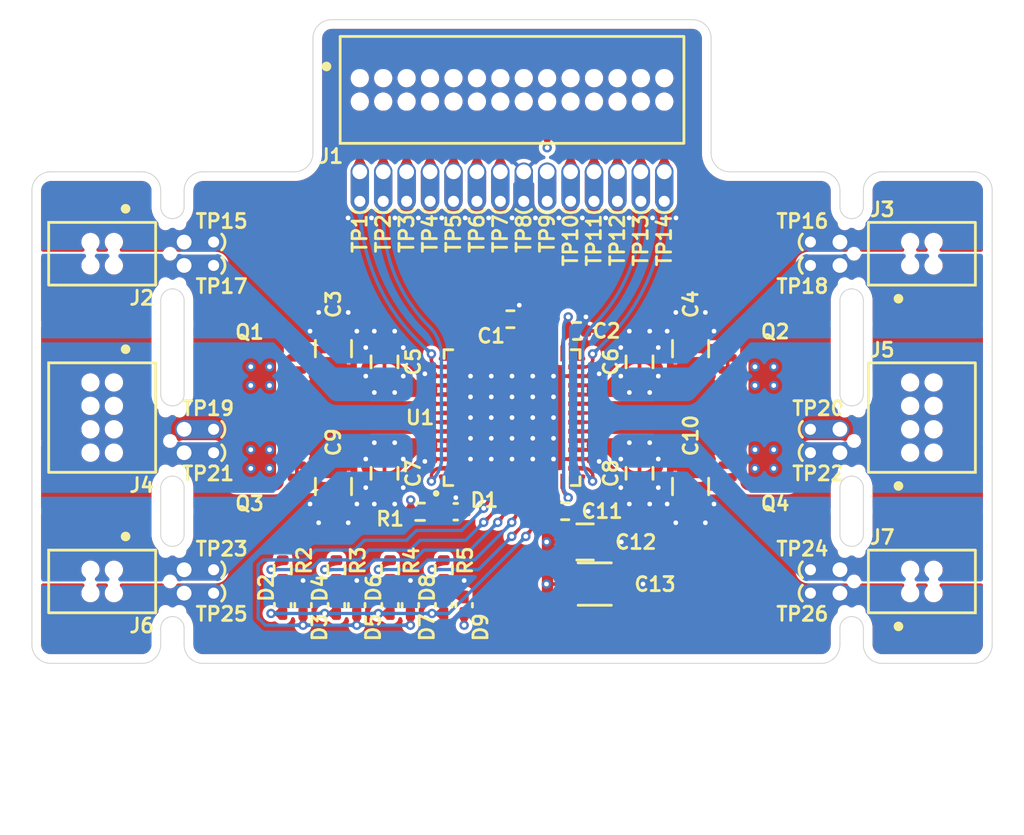
<source format=kicad_pcb>
(kicad_pcb (version 20240108) (generator "pcbnew") (generator_version "8.0")
  (layers (0 "F.Cu" signal) (1 "In1.Cu" power) (2 "In2.Cu" power) (31 "B.Cu" signal) (34 "B.Paste" user) (35 "F.Paste" user) (36 "B.SilkS" user "B.Silkscreen") (37 "F.SilkS" user "F.Silkscreen") (38 "B.Mask" user) (39 "F.Mask" user) (44 "Edge.Cuts" user))
  (net 0 "")
  (net 1 "GNDA")
  (net 2 "/VDD4")
  (net 3 "/VDD3")
  (net 4 "/VDD2")
  (net 5 "/VDD1")
  (net 6 "/CHANNEL_4")
  (net 7 "/CHANNEL_3")
  (net 8 "/CHANNEL_2")
  (net 9 "/CHANNEL_1")
  (net 10 "/VDD_24V_MAX14906")
  (net 11 "/3V3")
  (net 12 "Net-(U1-V5)")
  (net 13 "/SLED")
  (net 14 "/FLED")
  (net 15 "Net-(Q4-G)")
  (net 16 "Net-(Q1-G)")
  (net 17 "Net-(Q2-G)")
  (net 18 "Net-(Q3-G)")
  (net 19 "/L1")
  (net 20 "/L2")
  (net 21 "/L3")
  (net 22 "/L4")
  (net 23 "/SDO")
  (net 24 "/CLK")
  (net 25 "/~{CS}")
  (net 26 "/SDI")
  (net 27 "/SYNCH")
  (net 28 "/~{FAULT}")
  (net 29 "/EN")
  (net 30 "/~{READY}")
  (net 31 "/D4")
  (net 32 "/D3")
  (net 34 "/D2")
  (net 35 "/D1")
  (net 36 "Net-(D1-Pad2)")
  (net 37 "Net-(D2-Pad2)")
  (net 38 "Net-(D6-Pad2)")
  (net 39 "Net-(D4-Pad2)")
  (net 40 "Net-(U1-~{VDDOK})")
  (net 41 "Net-(D8-Pad2)")
  (footprint "test_point_footprints:TestPoint_THTPad_Castelated" (layer "F.Cu") (at 138.43 90.0938 -90)
    (property "Reference" "TP10")
    (property "Value" "TestPoint" (hide yes))
  )
  (footprint "test_point_footprints:TestPoint_THTPad_Castelated" (layer "F.Cu") (at 127 90.0938 -90)
    (property "Reference" "TP1")
    (property "Value" "TestPoint" (hide yes))
  )
  (footprint "test_point_footprints:TestPoint_THTPad_Castelated" (layer "F.Cu") (at 117.475 95.1738)
    (property "Reference" "TP17")
    (property "Value" "TestPoint" (hide yes))
  )
  (footprint "test_point_footprints:TestPoint_THTPad_Castelated" (layer "F.Cu") (at 153.034999 105.3338 180)
    (property "Reference" "TP22")
    (property "Value" "TestPoint" (hide yes))
  )
  (footprint "test_point_footprints:TestPoint_THTPad_Castelated" (layer "F.Cu") (at 153.035 112.9538 180)
    (property "Reference" "TP26")
    (property "Value" "TestPoint" (hide yes))
  )
  (footprint "mouse_bite_footprints:mouse-bite-midle-50mil-200mil" (layer "F.Cu") (at 116.84 112.3188 90)
    (property "Reference" "REF**" (hide yes))
    (property "Value" "mouse-bite-midle-50mil-200mil" (hide yes))
  )
  (footprint "connector_footprints:CLP-104-02-G-D-BE" (layer "F.Cu") (at 113.03 103.4288 -90)
    (property "Reference" "J4")
    (property "Value" "CLP-104-02-G-D-BE")
  )
  (footprint "test_point_footprints:TestPoint_THTPad_Castelated" (layer "F.Cu") (at 117.475 111.6838)
    (property "Reference" "TP23")
    (property "Value" "TestPoint" (hide yes))
  )
  (footprint "test_point_footprints:TestPoint_THTPad_Castelated" (layer "F.Cu") (at 133.350758 90.0938 -90)
    (property "Reference" "TP6")
    (property "Value" "TestPoint" (hide yes))
  )
  (footprint "diode_footprints:LED_RED_0402_1005Metric" (layer "F.Cu") (at 132.65583 113.607 90)
    (property "Reference" "D9")
    (property "Value" "APHHS1005LSECK/J3-PF")
  )
  (footprint "resistor_footprints:R_0402_1005Metric" (layer "F.Cu") (at 130.27105 108.536902)
    (property "Reference" "R1")
    (property "Value" "24.9k")
  )
  (footprint "diode_footprints:LED_GREEN_0402_1005Metric" (layer "F.Cu") (at 125.73153 113.607 90)
    (property "Reference" "D4")
    (property "Value" "APHHS1005CGCK")
  )
  (footprint "test_point_footprints:TestPoint_THTPad_Castelated" (layer "F.Cu") (at 117.475 112.9538)
    (property "Reference" "TP25")
    (property "Value" "TestPoint" (hide yes))
  )
  (footprint "test_point_footprints:TestPoint_THTPad_Castelated" (layer "F.Cu") (at 117.475 93.9038)
    (property "Reference" "TP15")
    (property "Value" "TestPoint" (hide yes))
  )
  (footprint "analog_devices_footprints:21-0144H_T4877-6" (layer "F.Cu") (at 135.253769 103.428801 90)
    (property "Reference" "U1")
    (property "Value" "MAX14906ATM+")
  )
  (footprint "test_point_footprints:TestPoint_THTPad_Castelated" (layer "F.Cu") (at 135.89 90.0938 -90)
    (property "Reference" "TP8")
    (property "Value" "TestPoint" (hide yes))
  )
  (footprint "diode_footprints:LED_RED_0402_1005Metric" (layer "F.Cu") (at 126.83389 113.607 90)
    (property "Reference" "D5")
    (property "Value" "APHHS1005LSECK/J3-PF")
  )
  (footprint "mouse_bite_footprints:mouse-bite-midle-50mil-200mil" (layer "F.Cu") (at 153.67 104.6988 -90)
    (property "Reference" "REF**" (hide yes))
    (property "Value" "mouse-bite-midle-50mil-200mil" (hide yes))
  )
  (footprint "test_point_footprints:TestPoint_THTPad_Castelated" (layer "F.Cu") (at 142.238771 90.0938 -90)
    (property "Reference" "TP13")
    (property "Value" "TestPoint" (hide yes))
  )
  (footprint "diode_footprints:LED_GREEN_0402_1005Metric" (layer "F.Cu") (at 128.64237 113.607 90)
    (property "Reference" "D6")
    (property "Value" "APHHS1005CGCK")
  )
  (footprint "capacitor_footprints:C_0402_1005Metric" (layer "F.Cu") (at 135.166858 98.092261)
    (property "Reference" "C1")
    (property "Value" "1 uF")
  )
  (footprint "test_point_footprints:TestPoint_THTPad_Castelated" (layer "F.Cu") (at 117.475 105.3338)
    (property "Reference" "TP21")
    (property "Value" "TestPoint" (hide yes))
  )
  (footprint "connector_footprints:CLP-102-02-G-D-BE" (layer "F.Cu") (at 113.03 112.3188 -90)
    (property "Reference" "J6")
    (property "Value" "CLP-102-02-G-D-BE")
  )
  (footprint "diode_footprints:LED_GREEN_0402_1005Metric" (layer "F.Cu") (at 122.82069 113.607 90)
    (property "Reference" "D2")
    (property "Value" "APHHS1005CGCK")
  )
  (footprint "test_point_footprints:TestPoint_THTPad_Castelated" (layer "F.Cu") (at 128.27 90.0938 -90)
    (property "Reference" "TP2")
    (property "Value" "TestPoint" (hide yes))
  )
  (footprint "capacitor_footprints:C_0805_2012Metric" (layer "F.Cu") (at 125.571296 107.167802 -90)
    (property "Reference" "C9")
    (property "Value" "1 uF")
  )
  (footprint "test_point_footprints:TestPoint_THTPad_Castelated" (layer "F.Cu") (at 134.62 90.0938 -90)
    (property "Reference" "TP7")
    (property "Value" "TestPoint" (hide yes))
  )
  (footprint "connector_footprints:CLP-102-02-G-D-BE" (layer "F.Cu") (at 157.478771 94.5388 90)
    (property "Reference" "J3")
    (property "Value" "CLP-102-02-G-D-BE")
  )
  (footprint "capacitor_footprints:C_0402_1005Metric" (layer "F.Cu") (at 138.781771 98.727261 180)
    (property "Reference" "C2")
    (property "Value" "0.1uF")
  )
  (footprint "test_point_footprints:TestPoint_THTPad_Castelated" (layer "F.Cu") (at 129.54 90.0938 -90)
    (property "Reference" "TP3")
    (property "Value" "TestPoint" (hide yes))
  )
  (footprint "test_point_footprints:TestPoint_THTPad_Castelated" (layer "F.Cu") (at 117.475 104.0638)
    (property "Reference" "TP19")
    (property "Value" "TestPoint" (hide yes))
  )
  (footprint "transistor_footprints:PowerPAK 1212-8" (layer "F.Cu") (at 122.155096 101.1788 180)
    (property "Reference" "Q1")
    (property "Value" "SI7309DN-T1-E3")
  )
  (footprint "diode_footprints:LED_RED_0402_1005Metric" (layer "F.Cu") (at 129.74473 113.607 90)
    (property "Reference" "D7")
    (property "Value" "APHHS1005LSECK/J3-PF")
  )
  (footprint "test_point_footprints:TestPoint_THTPad_Castelated" (layer "F.Cu") (at 153.034999 104.0638 180)
    (property "Reference" "TP20")
    (property "Value" "TestPoint" (hide yes))
  )
  (footprint "capacitor_footprints:C_0805_2012Metric" (layer "F.Cu") (at 144.936256 99.6898 90)
    (property "Reference" "C4")
    (property "Value" "1 uF")
  )
  (footprint "connector_footprints:CLP-102-02-G-D-BE" (layer "F.Cu") (at 157.478771 112.3188 90)
    (property "Reference" "J7")
    (property "Value" "CLP-102-02-G-D-BE")
  )
  (footprint "diode_footprints:LED_GREEN_0402_1005Metric" (layer "F.Cu") (at 132.20195 108.536902 180)
    (property "Reference" "D1")
    (property "Value" "APHHS1005CGCK")
  )
  (footprint "resistor_footprints:R_0402_1005Metric" (layer "F.Cu") (at 128.64237 111.675921 90)
    (property "Reference" "R4")
    (property "Value" "5.6k")
  )
  (footprint "connector_footprints:CLP-102-02-G-D-BE" (layer "F.Cu") (at 113.03 94.5388 -90)
    (property "Reference" "J2")
    (property "Value" "CLP-102-02-G-D-BE")
  )
  (footprint "capacitor_footprints:C_0805_2012Metric" (layer "F.Cu") (at 144.936256 107.167802 -90)
    (property "Reference" "C10")
    (property "Value" "1 uF")
  )
  (footprint "connector_footprints:CLP-104-02-G-D-BE" (layer "F.Cu") (at 157.478771 103.4288 90)
    (property "Reference" "J5")
    (property "Value" "CLP-104-02-G-D-BE")
  )
  (footprint "transistor_footprints:PowerPAK 1212-8" (layer "F.Cu") (at 148.379956 101.1788)
    (property "Reference" "Q2")
    (property "Value" "SI7309DN-T1-E3")
  )
  (footprint "transistor_footprints:PowerPAK 1212-8" (layer "F.Cu") (at 122.155096 105.678802 180)
    (property "Reference" "Q3")
    (property "Value" "SI7309DN-T1-E3")
  )
  (footprint "capacitor_footprints:C_0603_1608Metric" (layer "F.Cu") (at 128.339896 106.453802 -90)
    (property "Reference" "C7")
    (property "Value" "470 pF")
  )
  (footprint "mouse_bite_footprints:mouse-bite-midle-50mil-200mil" (layer "F.Cu") (at 116.84 104.6988 90)
    (property "Reference" "REF**" (hide yes))
    (property "Value" "mouse-bite-midle-50mil-200mil" (hide yes))
  )
  (footprint "resistor_footprints:R_0402_1005Metric" (layer "F.Cu") (at 122.82069 111.675921 90)
    (property "Reference" "R2")
    (property "Value" "5.6k")
  )
  (footprint "test_point_footprints:TestPoint_THTPad_Castelated" (layer "F.Cu") (at 137.16 90.0938 -90)
    (property "Reference" "TP9")
    (property "Value" "TestPoint" (hide yes))
  )
  (footprint "diode_footprints:LED_GREEN_0402_1005Metric" (layer "F.Cu") (at 131.55321 113.607 90)
    (property "Reference" "D8")
    (property "Value" "APHHS1005CGCK")
  )
  (footprint "capacitor_footprints:C_0805_2012Metric" (layer "F.Cu") (at 125.571296 99.6898 90)
    (property "Reference" "C3")
    (property "Value" "1 uF")
  )
  (footprint "test_point_footprints:TestPoint_THTPad_Castelated" (layer "F.Cu") (at 143.508771 90.0938 -90)
    (property "Reference" "TP14")
    (property "Value" "TestPoint" (hide yes))
  )
  (footprint "capacitor_footprints:C_0603_1608Metric" (layer "F.Cu") (at 128.339896 100.4038 90)
    (property "Reference" "C5")
    (property "Value" "470 pF")
  )
  (footprint "test_point_footprints:TestPoint_THTPad_Castelated" (layer "F.Cu") (at 130.81 90.0938 -90)
    (property "Reference" "TP4")
    (property "Value" "TestPoint" (hide yes))
  )
  (footprint "diode_footprints:LED_RED_0402_1005Metric" (layer "F.Cu") (at 123.92305 113.607 90)
    (property "Reference" "D3")
    (property "Value" "APHHS1005LSECK/J3-PF")
  )
  (footprint "connector_footprints:CLP-114-02-G-D-BE" (layer "F.Cu") (at 135.255 85.6488)
    (property "Reference" "J1")
    (property "Value" "CLP-114-02-G-D-BE")
  )
  (footprint "capacitor_footprints:C_1206_3216Metric" (layer "F.Cu") (at 139.738772 112.45961)
    (property "Reference" "C13")
    (property "Value" "10 uF")
  )
  (footprint "capacitor_footprints:C_0603_1608Metric" (layer "F.Cu") (at 142.167656 106.453802 -90)
    (property "Reference" "C8")
    (property "Value" "470 pF")
  )
  (footprint "mouse_bite_footprints:mouse-bite-midle-50mil-200mil" (layer "F.Cu") (at 153.67 112.3188 -90)
    (property "Reference" "REF**" (hide yes))
    (property "Value" "mouse-bite-midle-50mil-200mil" (hide yes))
  )
  (footprint "test_point_footprints:TestPoint_THTPad_Castelated" (layer "F.Cu") (at 153.035 111.6838 180)
    (property "Reference" "TP24")
    (property "Value" "TestPoint" (hide yes))
  )
  (footprint "test_point_footprints:TestPoint_THTPad_Castelated" (layer "F.Cu") (at 153.035 95.1738 180)
    (property "Reference" "TP18")
    (property "Value" "TestPoint" (hide yes))
  )
  (footprint "test_point_footprints:TestPoint_THTPad_Castelated" (layer "F.Cu") (at 132.08 90.0938 -90)
    (property "Reference" "TP5")
    (property "Value" "TestPoint" (hide yes))
  )
  (footprint "transistor_footprints:PowerPAK 1212-8" (layer "F.Cu") (at 148.379956 105.678802)
    (property "Reference" "Q4")
    (property "Value" "SI7309DN-T1-E3")
  )
  (footprint "test_point_footprints:TestPoint_THTPad_Castelated" (layer "F.Cu") (at 139.698771 90.0938 -90)
    (property "Reference" "TP11")
    (property "Value" "TestPoint" (hide yes))
  )
  (footprint "mouse_bite_footprints:mouse-bite-midle-50mil-200mil" (layer "F.Cu") (at 116.84 94.5388 90)
    (property "Reference" "REF**" (hide yes))
    (property "Value" "mouse-bite-midle-50mil-200mil" (hide yes))
  )
  (footprint "capacitor_footprints:C_0402_1005Metric" (layer "F.Cu") (at 138.136772 108.508801)
    (property "Reference" "C11")
    (property "Value" "0.1uF")
  )
  (footprint "capacitor_footprints:C_0603_1608Metric" (layer "F.Cu") (at 142.167656 100.4038 90)
    (property "Reference" "C6")
    (property "Value" "470 pF")
  )
  (footprint "resistor_footprints:R_0402_1005Metric" (layer "F.Cu") (at 131.55321 111.675921 90)
    (property "Reference" "R5")
    (property "Value" "5.6k")
  )
  (footprint "test_point_footprints:TestPoint_THTPad_Castelated" (layer "F.Cu") (at 140.968771 90.0938 -90)
    (property "Reference" "TP12")
    (property "Value" "TestPoint" (hide yes))
  )
  (footprint "mouse_bite_footprints:mouse-bite-midle-50mil-200mil" (layer "F.Cu") (at 153.67 94.5388 -90)
    (property "Reference" "REF**" (hide yes))
    (property "Value" "mouse-bite-midle-50mil-200mil" (hide yes))
  )
  (footprint "test_point_footprints:TestPoint_THTPad_Castelated" (layer "F.Cu") (at 153.035 93.9038 180)
    (property "Reference" "TP16")
    (property "Value" "TestPoint" (hide yes))
  )
  (footprint "resistor_footprints:R_0402_1005Metric" (layer "F.Cu") (at 125.73153 111.675921 90)
    (property "Reference" "R3")
    (property "Value" "5.6k")
  )
  (footprint "capacitor_footprints:C_0805_2012Metric" (layer "F.Cu") (at 139.213772 110.176751)
    (property "Reference" "C12")
    (property "Value" "1 uF")
  )
  (gr_arc (start 117.475 91.1098) (mid 117.77258 90.39138) (end 118.491 90.0938) (stroke (width 0.05)) (layer "Edge.Cuts"))
  (gr_arc (start 116.84 106.6038) (mid 117.289013 106.789787) (end 117.475 107.2388) (stroke (width 0.05)) (layer "Edge.Cuts"))
  (gr_arc (start 153.67 102.7938) (mid 153.220987 102.607813) (end 153.035 102.1588) (stroke (width 0.05)) (layer "Edge.Cuts"))
  (gr_arc (start 153.035 114.8588) (mid 153.220987 114.409787) (end 153.67 114.2238) (stroke (width 0.05)) (layer "Edge.Cuts"))
  (gr_line (start 154.305 107.2388) (end 154.305 109.7788) (stroke (width 0.05)) (layer "Edge.Cuts"))
  (gr_arc (start 153.67 114.2238) (mid 154.119013 114.409787) (end 154.305 114.8588) (stroke (width 0.05)) (layer "Edge.Cuts"))
  (gr_line (start 117.475 97.0788) (end 117.475 102.1588) (stroke (width 0.05)) (layer "Edge.Cuts"))
  (gr_arc (start 116.205 115.7478) (mid 115.90742 116.46622) (end 115.189 116.7638) (stroke (width 0.05)) (layer "Edge.Cuts"))
  (gr_arc (start 154.305 91.1098) (mid 154.60258 90.39138) (end 155.321 90.0938) (stroke (width 0.05)) (layer "Edge.Cuts"))
  (gr_arc (start 154.305 91.9988) (mid 154.119013 92.447813) (end 153.67 92.6338) (stroke (width 0.05)) (layer "Edge.Cuts"))
  (gr_line (start 118.491 116.7638) (end 152.019 116.7638) (stroke (width 0.05)) (layer "Edge.Cuts"))
  (gr_arc (start 155.321 116.7638) (mid 154.60258 116.46622) (end 154.305 115.7478) (stroke (width 0.05)) (layer "Edge.Cuts"))
  (gr_arc (start 152.019 90.0938) (mid 152.73742 90.39138) (end 153.035 91.1098) (stroke (width 0.05)) (layer "Edge.Cuts"))
  (gr_line (start 116.205 102.1588) (end 116.205 97.0788) (stroke (width 0.05)) (layer "Edge.Cuts"))
  (gr_arc (start 153.035 115.7478) (mid 152.73742 116.46622) (end 152.019 116.7638) (stroke (width 0.05)) (layer "Edge.Cuts"))
  (gr_arc (start 116.205 114.8588) (mid 116.390987 114.409787) (end 116.84 114.2238) (stroke (width 0.05)) (layer "Edge.Cuts"))
  (gr_line (start 152.019 90.0938) (end 147.066 90.0938) (stroke (width 0.05)) (layer "Edge.Cuts"))
  (gr_line (start 117.475 114.8588) (end 117.475 115.7478) (stroke (width 0.05)) (layer "Edge.Cuts"))
  (gr_line (start 153.035 115.7478) (end 153.035 114.8588) (stroke (width 0.05)) (layer "Edge.Cuts"))
  (gr_arc (start 116.84 110.4138) (mid 116.390987 110.227813) (end 116.205 109.7788) (stroke (width 0.05)) (layer "Edge.Cuts"))
  (gr_arc (start 124.46 82.8548) (mid 124.75758 82.13638) (end 125.476 81.8388) (stroke (width 0.05)) (layer "Edge.Cuts"))
  (gr_arc (start 145.034 81.8388) (mid 145.75242 82.13638) (end 146.05 82.8548) (stroke (width 0.05)) (layer "Edge.Cuts"))
  (gr_line (start 117.475 107.2388) (end 117.475 109.7788) (stroke (width 0.05)) (layer "Edge.Cuts"))
  (gr_line (start 154.305 114.8588) (end 154.305 115.7478) (stroke (width 0.05)) (layer "Edge.Cuts"))
  (gr_line (start 155.321 116.7638) (end 160.274 116.7638) (stroke (width 0.05)) (layer "Edge.Cuts"))
  (gr_line (start 109.22 91.1098) (end 109.22 115.7478) (stroke (width 0.05)) (layer "Edge.Cuts"))
  (gr_arc (start 153.67 106.6038) (mid 154.119013 106.789787) (end 154.305 107.2388) (stroke (width 0.05)) (layer "Edge.Cuts"))
  (gr_line (start 154.305 91.1098) (end 154.305 91.9988) (stroke (width 0.05)) (layer "Edge.Cuts"))
  (gr_arc (start 117.475 109.7788) (mid 117.289013 110.227813) (end 116.84 110.4138) (stroke (width 0.05)) (layer "Edge.Cuts"))
  (gr_line (start 153.035 109.7788) (end 153.035 107.2388) (stroke (width 0.05)) (layer "Edge.Cuts"))
  (gr_line (start 117.475 91.1098) (end 117.475 91.9988) (stroke (width 0.05)) (layer "Edge.Cuts"))
  (gr_arc (start 161.29 115.7478) (mid 160.99242 116.46622) (end 160.274 116.7638) (stroke (width 0.05)) (layer "Edge.Cuts"))
  (gr_line (start 161.29 115.7478) (end 161.29 91.1098) (stroke (width 0.05)) (layer "Edge.Cuts"))
  (gr_arc (start 116.84 96.4438) (mid 117.289013 96.629787) (end 117.475 97.0788) (stroke (width 0.05)) (layer "Edge.Cuts"))
  (gr_arc (start 153.035 107.2388) (mid 153.220987 106.789787) (end 153.67 106.6038) (stroke (width 0.05)) (layer "Edge.Cuts"))
  (gr_arc (start 147.066 90.0938) (mid 146.34758 89.79622) (end 146.05 89.0778) (stroke (width 0.05)) (layer "Edge.Cuts"))
  (gr_arc (start 160.274 90.0938) (mid 160.99242 90.39138) (end 161.29 91.1098) (stroke (width 0.05)) (layer "Edge.Cuts"))
  (gr_line (start 145.034 81.8388) (end 125.476 81.8388) (stroke (width 0.05)) (layer "Edge.Cuts"))
  (gr_arc (start 153.67 96.4438) (mid 154.119013 96.629787) (end 154.305 97.0788) (stroke (width 0.05)) (layer "Edge.Cuts"))
  (gr_line (start 154.305 97.0788) (end 154.305 102.1588) (stroke (width 0.05)) (layer "Edge.Cuts"))
  (gr_arc (start 110.236 116.7638) (mid 109.51758 116.46622) (end 109.22 115.7478) (stroke (width 0.05)) (layer "Edge.Cuts"))
  (gr_line (start 110.236 116.7638) (end 115.189 116.7638) (stroke (width 0.05)) (layer "Edge.Cuts"))
  (gr_line (start 116.205 109.7788) (end 116.205 107.2388) (stroke (width 0.05)) (layer "Edge.Cuts"))
  (gr_arc (start 154.305 102.1588) (mid 154.119013 102.607813) (end 153.67 102.7938) (stroke (width 0.05)) (layer "Edge.Cuts"))
  (gr_line (start 124.46 82.8548) (end 124.46 89.0778) (stroke (width 0.05)) (layer "Edge.Cuts"))
  (gr_arc (start 116.205 107.2388) (mid 116.390987 106.789787) (end 116.84 106.6038) (stroke (width 0.05)) (layer "Edge.Cuts"))
  (gr_line (start 116.205 91.9988) (end 116.205 91.1098) (stroke (width 0.05)) (layer "Edge.Cuts"))
  (gr_arc (start 153.67 110.4138) (mid 153.220987 110.227813) (end 153.035 109.7788) (stroke (width 0.05)) (layer "Edge.Cuts"))
  (gr_line (start 115.189 90.0938) (end 110.236 90.0938) (stroke (width 0.05)) (layer "Edge.Cuts"))
  (gr_line (start 153.035 102.1588) (end 153.035 97.0788) (stroke (width 0.05)) (layer "Edge.Cuts"))
  (gr_arc (start 124.46 89.0778) (mid 124.16242 89.79622) (end 123.444 90.0938) (stroke (width 0.05)) (layer "Edge.Cuts"))
  (gr_line (start 160.274 90.0938) (end 155.321 90.0938) (stroke (width 0.05)) (layer "Edge.Cuts"))
  (gr_line (start 146.05 89.0778) (end 146.05 82.8548) (stroke (width 0.05)) (layer "Edge.Cuts"))
  (gr_arc (start 115.189 90.0938) (mid 115.90742 90.39138) (end 116.205 91.1098) (stroke (width 0.05)) (layer "Edge.Cuts"))
  (gr_line (start 123.444 90.0938) (end 118.491 90.0938) (stroke (width 0.05)) (layer "Edge.Cuts"))
  (gr_arc (start 153.67 92.6338) (mid 153.220987 92.447813) (end 153.035 91.9988) (stroke (width 0.05)) (layer "Edge.Cuts"))
  (gr_arc (start 116.84 92.6338) (mid 116.390987 92.447813) (end 116.205 91.9988) (stroke (width 0.05)) (layer "Edge.Cuts"))
  (gr_arc (start 116.84 114.2238) (mid 117.289013 114.409787) (end 117.475 114.8588) (stroke (width 0.05)) (layer "Edge.Cuts"))
  (gr_line (start 116.205 115.7478) (end 116.205 114.8588) (stroke (width 0.05)) (layer "Edge.Cuts"))
  (gr_arc (start 118.491 116.7638) (mid 117.77258 116.46622) (end 117.475 115.7478) (stroke (width 0.05)) (layer "Edge.Cuts"))
  (gr_arc (start 116.205 97.0788) (mid 116.390987 96.629787) (end 116.84 96.4438) (stroke (width 0.05)) (layer "Edge.Cuts"))
  (gr_arc (start 116.84 102.7938) (mid 116.390987 102.607813) (end 116.205 102.1588) (stroke (width 0.05)) (layer "Edge.Cuts"))
  (gr_arc (start 117.475 102.1588) (mid 117.289013 102.607813) (end 116.84 102.7938) (stroke (width 0.05)) (layer "Edge.Cuts"))
  (gr_arc (start 109.22 91.1098) (mid 109.51758 90.39138) (end 110.236 90.0938) (stroke (width 0.05)) (layer "Edge.Cuts"))
  (gr_arc (start 153.035 97.0788) (mid 153.220987 96.629787) (end 153.67 96.4438) (stroke (width 0.05)) (layer "Edge.Cuts"))
  (gr_arc (start 154.305 109.7788) (mid 154.119013 110.227813) (end 153.67 110.4138) (stroke (width 0.05)) (layer "Edge.Cuts"))
  (gr_line (start 153.035 91.9988) (end 153.035 91.1098) (stroke (width 0.05)) (layer "Edge.Cuts"))
  (gr_arc (start 117.475 91.9988) (mid 117.289013 92.447813) (end 116.84 92.6338) (stroke (width 0.05)) (layer "Edge.Cuts"))
  (via (at 144.145 92.5958) (size 0.508) (drill 0.254) (layers "F.Cu" "B.Cu") (net 1))
  (via (at 136.37877 101.1788) (size 0.508) (drill 0.254) (layers "F.Cu" "B.Cu") (net 1))
  (via (at 139.261771 97.965261) (size 0.508) (drill 0.254) (layers "F.Cu" "B.Cu") (net 1))
  (via (at 135.646858 97.330261) (size 0.508) (drill 0.254) (layers "F.Cu" "B.Cu") (net 1))
  (via (at 139.378772 108.508801) (size 0.508) (drill 0.254) (layers "F.Cu" "B.Cu") (net 1))
  (via (at 139.065 92.5958) (size 0.508) (drill 0.254) (layers "F.Cu" "B.Cu") (net 1))
  (via (at 127.323896 99.6288) (size 0.508) (drill 0.254) (layers "F.Cu" "B.Cu") (net 1))
  (via (at 137.503772 104.5538) (size 0.508) (drill 0.254) (layers "F.Cu" "B.Cu") (net 1))
  (via (at 128.892095 98.7398) (size 0.508) (drill 0.254) (layers "F.Cu" "B.Cu") (net 1))
  (via (at 145.738455 109.133802) (size 0.508) (drill 0.254) (layers "F.Cu" "B.Cu") (net 1))
  (via (at 144.134056 97.7238) (size 0.508) (drill 0.254) (layers "F.Cu" "B.Cu") (net 1))
  (via (at 127.787696 98.7398) (size 0.508) (drill 0.254) (layers "F.Cu" "B.Cu") (net 1))
  (via (at 137.795 92.5958) (size 0.508) (drill 0.254) (layers "F.Cu" "B.Cu") (net 1))
  (via (at 136.37877 104.5538) (size 0.508) (drill 0.254) (layers "F.Cu" "B.Cu") (net 1))
  (via (at 132.65912 112.268) (size 0.508) (drill 0.254) (layers "F.Cu" "B.Cu") (net 1))
  (via (at 124.769096 97.7238) (size 0.508) (drill 0.254) (layers "F.Cu" "B.Cu") (net 1))
  (via (at 132.715 92.5958) (size 0.508) (drill 0.254) (layers "F.Cu" "B.Cu") (net 1))
  (via (at 146.206256 98.7398) (size 0.508) (drill 0.254) (layers "F.Cu" "B.Cu") (net 1))
  (via (at 141.605 92.5958) (size 0.508) (drill 0.254) (layers "F.Cu" "B.Cu") (net 1))
  (via (at 139.978171 101.051799) (size 0.508) (drill 0.254) (layers "F.Cu" "B.Cu") (net 1))
  (via (at 135.25377 104.5538) (size 0.508) (drill 0.254) (layers "F.Cu" "B.Cu") (net 1))
  (via (at 127.787696 108.117802) (size 0.508) (drill 0.254) (layers "F.Cu" "B.Cu") (net 1))
  (via (at 126.841296 98.7398) (size 0.508) (drill 0.254) (layers "F.Cu" "B.Cu") (net 1))
  (via (at 128.892095 108.117802) (size 0.508) (drill 0.254) (layers "F.Cu" "B.Cu") (net 1))
  (via (at 130.529371 105.805802) (size 0.508) (drill 0.254) (layers "F.Cu" "B.Cu") (net 1))
  (via (at 134.12877 105.678802) (size 0.508) (drill 0.254) (layers "F.Cu" "B.Cu") (net 1))
  (via (at 126.83744 112.268) (size 0.508) (drill 0.254) (layers "F.Cu" "B.Cu") (net 1))
  (via (at 142.356772 112.45961) (size 0.508) (drill 0.254) (layers "F.Cu" "B.Cu") (net 1))
  (via (at 129.74828 112.268) (size 0.508) (drill 0.254) (layers "F.Cu" "B.Cu") (net 1))
  (via (at 135.255 92.5958) (size 0.508) (drill 0.254) (layers "F.Cu" "B.Cu") (net 1))
  (via (at 143.666256 98.7398) (size 0.508) (drill 0.254) (layers "F.Cu" "B.Cu") (net 1))
  (via (at 129.355896 99.6288) (size 0.508) (drill 0.254) (layers "F.Cu" "B.Cu") (net 1))
  (via (at 135.25377 101.1788) (size 0.508) (drill 0.254) (layers "F.Cu" "B.Cu") (net 1))
  (via (at 134.12877 103.4288) (size 0.508) (drill 0.254) (layers "F.Cu" "B.Cu") (net 1))
  (via (at 146.206256 108.117802) (size 0.508) (drill 0.254) (layers "F.Cu" "B.Cu") (net 1))
  (via (at 123.92305 112.268) (size 0.508) (drill 0.254) (layers "F.Cu" "B.Cu") (net 1))
  (via (at 130.529371 101.051799) (size 0.508) (drill 0.254) (layers "F.Cu" "B.Cu") (net 1))
  (via (at 133.00377 105.678802) (size 0.508) (drill 0.254) (layers "F.Cu" "B.Cu") (net 1))
  (via (at 135.25377 103.4288) (size 0.508) (drill 0.254) (layers "F.Cu" "B.Cu") (net 1))
  (via (at 127.323896 107.228802) (size 0.508) (drill 0.254) (layers "F.Cu" "B.Cu") (net 1))
  (via (at 128.905 92.5958) (size 0.508) (drill 0.254) (layers "F.Cu" "B.Cu") (net 1))
  (via (at 124.301296 98.7398) (size 0.508) (drill 0.254) (layers "F.Cu" "B.Cu") (net 1))
  (via (at 137.503772 103.4288) (size 0.508) (drill 0.254) (layers "F.Cu" "B.Cu") (net 1))
  (via (at 142.875 92.5958) (size 0.508) (drill 0.254) (layers "F.Cu" "B.Cu") (net 1))
  (via (at 126.365 92.5958) (size 0.508) (drill 0.254) (layers "F.Cu" "B.Cu") (net 1))
  (via (at 136.37877 103.4288) (size 0.508) (drill 0.254) (layers "F.Cu" "B.Cu") (net 1))
  (via (at 143.183656 99.6288) (size 0.508) (drill 0.254) (layers "F.Cu" "B.Cu") (net 1))
  (via (at 144.134056 109.133802) (size 0.508) (drill 0.254) (layers "F.Cu" "B.Cu") (net 1))
  (via (at 142.719855 108.117802) (size 0.508) (drill 0.254) (layers "F.Cu" "B.Cu") (net 1))
  (via (at 124.301296 108.117802) (size 0.508) (drill 0.254) (layers "F.Cu" "B.Cu") (net 1))
  (via (at 133.985 92.5958) (size 0.508) (drill 0.254) (layers "F.Cu" "B.Cu") (net 1))
  (via (at 136.37877 105.678802) (size 0.508) (drill 0.254) (layers "F.Cu" "B.Cu") (net 1))
  (via (at 126.373495 109.133802) (size 0.508) (drill 0.254) (layers "F.Cu" "B.Cu") (net 1))
  (via (at 133.00377 103.4288) (size 0.508) (drill 0.254) (layers "F.Cu" "B.Cu") (net 1))
  (via (at 131.445 92.5958) (size 0.508) (drill 0.254) (layers "F.Cu" "B.Cu") (net 1))
  (via (at 135.25377 105.678802) (size 0.508) (drill 0.254) (layers "F.Cu" "B.Cu") (net 1))
  (via (at 141.179772 110.176751) (size 0.508) (drill 0.254) (layers "F.Cu" "B.Cu") (net 1))
  (via (at 141.151656 99.6288) (size 0.508) (drill 0.254) (layers "F.Cu" "B.Cu") (net 1))
  (via (at 127.635 92.5958) (size 0.508) (drill 0.254) (layers "F.Cu" "B.Cu") (net 1))
  (via (at 141.151656 107.228802) (size 0.508) (drill 0.254) (layers "F.Cu" "B.Cu") (net 1))
  (via (at 133.00377 101.1788) (size 0.508) (drill 0.254) (layers "F.Cu" "B.Cu") (net 1))
  (via (at 143.183656 107.228802) (size 0.508) (drill 0.254) (layers "F.Cu" "B.Cu") (net 1))
  (via (at 136.37877 102.3038) (size 0.508) (drill 0.254) (layers "F.Cu" "B.Cu") (net 1))
  (via (at 132.206591 107.772201) (size 0.508) (drill 0.254) (layers "F.Cu" "B.Cu") (net 1))
  (via (at 124.769096 109.133802) (size 0.508) (drill 0.254) (layers "F.Cu" "B.Cu") (net 1))
  (via (at 141.615456 108.117802) (size 0.508) (drill 0.254) (layers "F.Cu" "B.Cu") (net 1))
  (via (at 141.615456 98.7398) (size 0.508) (drill 0.254) (layers "F.Cu" "B.Cu") (net 1))
  (via (at 129.355896 107.228802) (size 0.508) (drill 0.254) (layers "F.Cu" "B.Cu") (net 1))
  (via (at 134.12877 102.3038) (size 0.508) (drill 0.254) (layers "F.Cu" "B.Cu") (net 1))
  (via (at 137.503772 102.3038) (size 0.508) (drill 0.254) (layers "F.Cu" "B.Cu") (net 1))
  (via (at 130.175 92.5958) (size 0.508) (drill 0.254) (layers "F.Cu" "B.Cu") (net 1))
  (via (at 133.00377 102.3038) (size 0.508) (drill 0.254) (layers "F.Cu" "B.Cu") (net 1))
  (via (at 126.841296 108.117802) (size 0.508) (drill 0.254) (layers "F.Cu" "B.Cu") (net 1))
  (via (at 137.503772 105.678802) (size 0.508) (drill 0.254) (layers "F.Cu" "B.Cu") (net 1))
  (via (at 140.335 92.5958) (size 0.508) (drill 0.254) (layers "F.Cu" "B.Cu") (net 1))
  (via (at 137.503772 101.1788) (size 0.508) (drill 0.254) (layers "F.Cu" "B.Cu") (net 1))
  (via (at 133.00377 104.5538) (size 0.508) (drill 0.254) (layers "F.Cu" "B.Cu") (net 1))
  (via (at 142.719855 98.7398) (size 0.508) (drill 0.254) (layers "F.Cu" "B.Cu") (net 1))
  (via (at 139.978171 105.805802) (size 0.508) (drill 0.254) (layers "F.Cu" "B.Cu") (net 1))
  (via (at 134.12877 104.5538) (size 0.508) (drill 0.254) (layers "F.Cu" "B.Cu") (net 1))
  (via (at 143.666256 108.117802) (size 0.508) (drill 0.254) (layers "F.Cu" "B.Cu") (net 1))
  (via (at 136.525 92.5958) (size 0.508) (drill 0.254) (layers "F.Cu" "B.Cu") (net 1))
  (via (at 135.25377 102.3038) (size 0.508) (drill 0.254) (layers "F.Cu" "B.Cu") (net 1))
  (via (at 126.373495 97.7238) (size 0.508) (drill 0.254) (layers "F.Cu" "B.Cu") (net 1))
  (via (at 134.12877 101.1788) (size 0.508) (drill 0.254) (layers "F.Cu" "B.Cu") (net 1))
  (via (at 145.738455 97.7238) (size 0.508) (drill 0.254) (layers "F.Cu" "B.Cu") (net 1))
  (via (at 127.787696 104.789802) (size 0.508) (drill 0.254) (layers "F.Cu" "B.Cu") (net 6))
  (via (at 129.355896 105.678802) (size 0.508) (drill 0.254) (layers "F.Cu" "B.Cu") (net 6))
  (via (at 128.892095 104.789802) (size 0.508) (drill 0.254) (layers "F.Cu" "B.Cu") (net 6))
  (via (at 127.323896 105.678802) (size 0.508) (drill 0.254) (layers "F.Cu" "B.Cu") (net 6))
  (via (at 127.323896 101.1788) (size 0.508) (drill 0.254) (layers "F.Cu" "B.Cu") (net 7))
  (via (at 129.355896 101.1788) (size 0.508) (drill 0.254) (layers "F.Cu" "B.Cu") (net 7))
  (via (at 128.892095 102.0678) (size 0.508) (drill 0.254) (layers "F.Cu" "B.Cu") (net 7))
  (via (at 127.787696 102.0678) (size 0.508) (drill 0.254) (layers "F.Cu" "B.Cu") (net 7))
  (via (at 143.183656 101.1788) (size 0.508) (drill 0.254) (layers "F.Cu" "B.Cu") (net 8))
  (via (at 141.615456 102.0678) (size 0.508) (drill 0.254) (layers "F.Cu" "B.Cu") (net 8))
  (via (at 142.719855 102.0678) (size 0.508) (drill 0.254) (layers "F.Cu" "B.Cu") (net 8))
  (via (at 141.151656 101.1788) (size 0.508) (drill 0.254) (layers "F.Cu" "B.Cu") (net 8))
  (via (at 142.719855 104.789802) (size 0.508) (drill 0.254) (layers "F.Cu" "B.Cu") (net 9))
  (via (at 143.183656 105.678802) (size 0.508) (drill 0.254) (layers "F.Cu" "B.Cu") (net 9))
  (via (at 141.615456 104.789802) (size 0.508) (drill 0.254) (layers "F.Cu" "B.Cu") (net 9))
  (via (at 141.151656 105.678802) (size 0.508) (drill 0.254) (layers "F.Cu" "B.Cu") (net 9))
  (segment (start 129.76105 108.536902) (end 129.76105 107.901902) (width 0.1778) (layer "F.Cu") (net 10))
  (via (at 122.104596 101.6868) (size 0.508) (drill 0.254) (layers "F.Cu" "B.Cu") (net 10))
  (via (at 149.444756 105.170802) (size 0.508) (drill 0.254) (layers "F.Cu" "B.Cu") (net 10))
  (via (at 122.104596 105.170802) (size 0.508) (drill 0.254) (layers "F.Cu" "B.Cu") (net 10))
  (via (at 148.428756 101.685922) (size 0.508) (drill 0.254) (layers "F.Cu" "B.Cu") (net 10))
  (via (at 148.428756 106.186802) (size 0.508) (drill 0.254) (layers "F.Cu" "B.Cu") (net 10))
  (via (at 121.088596 106.186802) (size 0.508) (drill 0.254) (layers "F.Cu" "B.Cu") (net 10))
  (via (at 149.444756 100.669922) (size 0.508) (drill 0.254) (layers "F.Cu" "B.Cu") (net 10))
  (via (at 129.76105 107.901902) (size 0.508) (drill 0.254) (layers "F.Cu" "B.Cu") (net 10))
  (via (at 122.104596 106.186802) (size 0.508) (drill 0.254) (layers "F.Cu" "B.Cu") (net 10))
  (via (at 137.120772 112.45961) (size 0.508) (drill 0.254) (layers "F.Cu" "B.Cu") (net 10))
  (via (at 148.428756 100.669922) (size 0.508) (drill 0.254) (layers "F.Cu" "B.Cu") (net 10))
  (via (at 149.444756 101.685922) (size 0.508) (drill 0.254) (layers "F.Cu" "B.Cu") (net 10))
  (via (at 148.428756 105.170802) (size 0.508) (drill 0.254) (layers "F.Cu" "B.Cu") (net 10))
  (via (at 121.088596 100.6708) (size 0.508) (drill 0.254) (layers "F.Cu" "B.Cu") (net 10))
  (via (at 121.088596 101.6868) (size 0.508) (drill 0.254) (layers "F.Cu" "B.Cu") (net 10))
  (via (at 149.444756 106.186802) (size 0.508) (drill 0.254) (layers "F.Cu" "B.Cu") (net 10))
  (via (at 122.104596 100.6708) (size 0.508) (drill 0.254) (layers "F.Cu" "B.Cu") (net 10))
  (via (at 137.13077 110.176751) (size 0.508) (drill 0.254) (layers "F.Cu" "B.Cu") (net 10))
  (via (at 121.088596 105.170802) (size 0.508) (drill 0.254) (layers "F.Cu" "B.Cu") (net 10))
  (segment (start 137.16 87.5158) (end 137.16 88.7868) (width 0.1778) (layer "F.Cu") (net 11))
  (segment (start 138.003771 99.446658) (end 138.003771 99.974401) (width 0.1778) (layer "F.Cu") (net 11))
  (segment (start 138.214459 107.684889) (end 138.301771 107.772201) (width 0.1778) (layer "F.Cu") (net 11))
  (segment (start 138.301771 98.727261) (end 138.301771 97.965261) (width 0.1778) (layer "F.Cu") (net 11))
  (segment (start 138.003771 106.883201) (end 138.003771 107.176244) (width 0.1778) (layer "F.Cu") (net 11))
  (via (at 138.301771 107.772201) (size 0.508) (drill 0.254) (layers "F.Cu" "B.Cu") (net 11))
  (via (at 138.301771 97.965261) (size 0.508) (drill 0.254) (layers "F.Cu" "B.Cu") (net 11))
  (via (at 137.16 88.7868) (size 0.508) (drill 0.254) (layers "F.Cu" "B.Cu") (net 11))
  (arc (start 138.003771 107.176244) (mid 138.058527 107.451521) (end 138.214459 107.684889) (width 0.1778) (layer "F.Cu") (net 11))
  (arc (start 138.003771 99.446658) (mid 138.081212 99.057337) (end 138.301771 98.727261) (width 0.1778) (layer "F.Cu") (net 11))
  (segment (start 138.049 98.575505) (end 138.049 107.161925) (width 0.1778) (layer "B.Cu") (net 11))
  (arc (start 138.049 107.161925) (mid 138.114699 107.492218) (end 138.301771 107.772201) (width 0.1778) (layer "B.Cu") (net 11))
  (arc (start 138.049 98.575505) (mid 138.114693 98.245242) (end 138.301771 97.965261) (width 0.1778) (layer "B.Cu") (net 11))
  (segment (start 135.003771 99.974401) (end 135.003771 98.857378) (width 0.1778) (layer "F.Cu") (net 12))
  (arc (start 135.003771 98.857378) (mid 134.921404 98.443292) (end 134.686858 98.092261) (width 0.1778) (layer "F.Cu") (net 12))
  (segment (start 122.82069 114.057) (end 122.18569 114.057) (width 0.1778) (layer "F.Cu") (net 13))
  (segment (start 131.55321 114.057) (end 130.91821 114.057) (width 0.1778) (layer "F.Cu") (net 13))
  (segment (start 128.64237 114.057) (end 128.00737 114.057) (width 0.1778) (layer "F.Cu") (net 13))
  (segment (start 136.503776 106.883201) (end 136.503776 108.666532) (width 0.1778) (layer "F.Cu") (net 13))
  (segment (start 125.73153 114.057) (end 125.09653 114.057) (width 0.1778) (layer "F.Cu") (net 13))
  (via (at 130.91821 114.057) (size 0.508) (drill 0.254) (layers "F.Cu" "B.Cu") (net 13))
  (via (at 128.00737 114.057) (size 0.508) (drill 0.254) (layers "F.Cu" "B.Cu") (net 13))
  (via (at 136.00421 109.872522) (size 0.508) (drill 0.254) (layers "F.Cu" "B.Cu") (net 13))
  (via (at 122.18569 114.057) (size 0.508) (drill 0.254) (layers "F.Cu" "B.Cu") (net 13))
  (via (at 125.09653 114.057) (size 0.508) (drill 0.254) (layers "F.Cu" "B.Cu") (net 13))
  (arc (start 136.00421 109.872522) (mid 136.373956 109.319182) (end 136.503776 108.666532) (width 0.1778) (layer "F.Cu") (net 13))
  (segment (start 130.91821 114.057) (end 131.819732 114.057) (width 0.1778) (layer "B.Cu") (net 13))
  (segment (start 131.819732 114.057) (end 136.00421 109.872522) (width 0.1778) (layer "B.Cu") (net 13))
  (segment (start 128.00737 114.057) (end 130.91821 114.057) (width 0.1778) (layer "B.Cu") (net 13))
  (segment (start 125.09653 114.057) (end 128.00737 114.057) (width 0.1778) (layer "B.Cu") (net 13))
  (segment (start 122.18569 114.057) (end 125.09653 114.057) (width 0.1778) (layer "B.Cu") (net 13))
  (segment (start 123.92305 114.057) (end 123.92305 114.692) (width 0.1778) (layer "F.Cu") (net 14))
  (segment (start 132.65583 114.057) (end 132.65583 114.692) (width 0.1778) (layer "F.Cu") (net 14))
  (segment (start 134.003776 107.659178) (end 134.003776 106.883201) (width 0.1778) (layer "F.Cu") (net 14))
  (segment (start 129.74473 114.057) (end 129.74473 114.692) (width 0.1778) (layer "F.Cu") (net 14))
  (segment (start 126.83389 114.057) (end 126.83389 114.692) (width 0.1778) (layer "F.Cu") (net 14))
  (via (at 132.65583 114.692) (size 0.508) (drill 0.254) (layers "F.Cu" "B.Cu") (net 14))
  (via (at 133.71821 108.348522) (size 0.508) (drill 0.254) (layers "F.Cu" "B.Cu") (net 14))
  (via (at 126.83389 114.692) (size 0.508) (drill 0.254) (layers "F.Cu" "B.Cu") (net 14))
  (via (at 129.74473 114.692) (size 0.508) (drill 0.254) (layers "F.Cu" "B.Cu") (net 14))
  (via (at 123.92305 114.692) (size 0.508) (drill 0.254) (layers "F.Cu" "B.Cu") (net 14))
  (arc (start 133.71821 108.348522) (mid 133.929573 108.032221) (end 134.003776 107.659178) (width 0.1778) (layer "F.Cu") (net 14))
  (segment (start 129.54 110.0836) (end 130.0734 109.5502) (width 0.1778) (layer "B.Cu") (net 14))
  (segment (start 123.92305 114.692) (end 121.8802 114.692) (width 0.1778) (layer "B.Cu") (net 14))
  (segment (start 121.7676 111.1504) (end 124.0536 111.1504) (width 0.1778) (layer "B.Cu") (net 14))
  (segment (start 132.516532 109.5502) (end 133.71821 108.348522) (width 0.1778) (layer "B.Cu") (net 14))
  (segment (start 121.4882 114.3) (end 121.4882 111.4298) (width 0.1778) (layer "B.Cu") (net 14))
  (segment (start 121.4882 111.4298) (end 121.7676 111.1504) (width 0.1778) (layer "B.Cu") (net 14))
  (segment (start 123.92305 114.692) (end 126.83389 114.692) (width 0.1778) (layer "B.Cu") (net 14))
  (segment (start 130.0734 109.5502) (end 132.516532 109.5502) (width 0.1778) (layer "B.Cu") (net 14))
  (segment (start 127.254 110.0836) (end 129.54 110.0836) (width 0.1778) (layer "B.Cu") (net 14))
  (segment (start 126.7206 110.617) (end 127.254 110.0836) (width 0.1778) (layer "B.Cu") (net 14))
  (segment (start 124.0536 111.1504) (end 124.587 110.617) (width 0.1778) (layer "B.Cu") (net 14))
  (segment (start 129.74473 114.692) (end 126.83389 114.692) (width 0.1778) (layer "B.Cu") (net 14))
  (segment (start 121.8802 114.692) (end 121.4882 114.3) (width 0.1778) (layer "B.Cu") (net 14))
  (segment (start 124.587 110.617) (end 126.7206 110.617) (width 0.1778) (layer "B.Cu") (net 14))
  (segment (start 147.197912 106.668802) (end 146.944956 106.668802) (width 0.1778) (layer "F.Cu") (net 15))
  (segment (start 147.76857 104.09281) (end 147.76857 106.098144) (width 0.1778) (layer "F.Cu") (net 15))
  (segment (start 138.708171 103.678801) (end 147.354561 103.678801) (width 0.1778) (layer "F.Cu") (net 15))
  (segment (start 147.534166 103.753196) (end 147.694175 103.913205) (width 0.1778) (layer "F.Cu") (net 15))
  (segment (start 147.694175 106.277749) (end 147.377517 106.594407) (width 0.1778) (layer "F.Cu") (net 15))
  (arc (start 147.76857 104.09281) (mid 147.749235 103.995608) (end 147.694175 103.913205) (width 0.1778) (layer "F.Cu") (net 15))
  (arc (start 147.534166 103.753196) (mid 147.451763 103.698136) (end 147.354561 103.678801) (width 0.1778) (layer "F.Cu") (net 15))
  (arc (start 147.197912 106.668802) (mid 147.295114 106.649467) (end 147.377517 106.594407) (width 0.1778) (layer "F.Cu") (net 15))
  (arc (start 147.76857 106.098144) (mid 147.749235 106.195346) (end 147.694175 106.277749) (width 0.1778) (layer "F.Cu") (net 15))
  (segment (start 123.04678 100.1888) (end 123.590096 100.1888) (width 0.1778) (layer "F.Cu") (net 16))
  (segment (start 122.74957 102.79019) (end 122.74957 100.48601) (width 0.1778) (layer "F.Cu") (net 16))
  (segment (start 122.958576 103.104406) (end 122.823965 102.969795) (width 0.1778) (layer "F.Cu") (net 16))
  (segment (start 122.823965 100.306405) (end 122.867175 100.263195) (width 0.1778) (layer "F.Cu") (net 16))
  (segment (start 131.799371 103.178801) (end 123.138181 103.178801) (width 0.1778) (layer "F.Cu") (net 16))
  (arc (start 123.138181 103.178801) (mid 123.040979 103.159466) (end 122.958576 103.104406) (width 0.1778) (layer "F.Cu") (net 16))
  (arc (start 122.823965 102.969795) (mid 122.768905 102.887392) (end 122.74957 102.79019) (width 0.1778) (layer "F.Cu") (net 16))
  (arc (start 122.74957 100.48601) (mid 122.768905 100.388808) (end 122.823965 100.306405) (width 0.1778) (layer "F.Cu") (net 16))
  (arc (start 123.04678 100.1888) (mid 122.949578 100.208135) (end 122.867175 100.263195) (width 0.1778) (layer "F.Cu") (net 16))
  (segment (start 147.379959 103.178801) (end 138.708171 103.178801) (width 0.1778) (layer "F.Cu") (net 17))
  (segment (start 147.649765 102.243195) (end 147.694175 102.287605) (width 0.1778) (layer "F.Cu") (net 17))
  (segment (start 147.76857 102.46721) (end 147.76857 102.79019) (width 0.1778) (layer "F.Cu") (net 17))
  (segment (start 147.694175 102.969795) (end 147.559564 103.104406) (width 0.1778) (layer "F.Cu") (net 17))
  (segment (start 146.944956 102.1688) (end 147.47016 102.1688) (width 0.1778) (layer "F.Cu") (net 17))
  (arc (start 147.47016 102.1688) (mid 147.567362 102.188135) (end 147.649765 102.243195) (width 0.1778) (layer "F.Cu") (net 17))
  (arc (start 147.76857 102.46721) (mid 147.749235 102.370008) (end 147.694175 102.287605) (width 0.1778) (layer "F.Cu") (net 17))
  (arc (start 147.76857 102.79019) (mid 147.749235 102.887392) (end 147.694175 102.969795) (width 0.1778) (layer "F.Cu") (net 17))
  (arc (start 147.379959 103.178801) (mid 147.477161 103.159466) (end 147.559564 103.104406) (width 0.1778) (layer "F.Cu") (net 17))
  (segment (start 122.74957 104.05471) (end 122.74957 104.41579) (width 0.1778) (layer "F.Cu") (net 18))
  (segment (start 123.022582 104.688802) (end 123.590096 104.688802) (width 0.1778) (layer "F.Cu") (net 18))
  (segment (start 122.945874 103.753196) (end 122.823965 103.875105) (width 0.1778) (layer "F.Cu") (net 18))
  (segment (start 122.823965 104.595395) (end 122.842977 104.614407) (width 0.1778) (layer "F.Cu") (net 18))
  (segment (start 131.799371 103.678801) (end 123.125479 103.678801) (width 0.1778) (layer "F.Cu") (net 18))
  (arc (start 122.74957 104.05471) (mid 122.768905 103.957508) (end 122.823965 103.875105) (width 0.1778) (layer "F.Cu") (net 18))
  (arc (start 123.125479 103.678801) (mid 123.028277 103.698136) (end 122.945874 103.753196) (width 0.1778) (layer "F.Cu") (net 18))
  (arc (start 122.823965 104.595395) (mid 122.768905 104.512992) (end 122.74957 104.41579) (width 0.1778) (layer "F.Cu") (net 18))
  (arc (start 122.842977 104.614407) (mid 122.92538 104.669467) (end 123.022582 104.688802) (width 0.1778) (layer "F.Cu") (net 18))
  (segment (start 131.55321 111.165922) (end 131.428209 111.165922) (width 0.1778) (layer "F.Cu") (net 19))
  (segment (start 131.428209 111.165922) (end 130.91821 111.675921) (width 0.1778) (layer "F.Cu") (net 19))
  (segment (start 135.627864 109.486868) (end 135.24221 109.872522) (width 0.1778) (layer "F.Cu") (net 19))
  (segment (start 136.003777 106.883201) (end 136.003777 108.579333) (width 0.1778) (layer "F.Cu") (net 19))
  (via (at 130.91821 111.675921) (size 0.508) (drill 0.254) (layers "F.Cu" "B.Cu") (net 19))
  (via (at 135.24221 109.872522) (size 0.508) (drill 0.254) (layers "F.Cu" "B.Cu") (net 19))
  (arc (start 136.003777 108.579333) (mid 135.90608 109.070487) (end 135.627864 109.486868) (width 0.1778) (layer "F.Cu") (net 19))
  (segment (start 133.438811 111.675921) (end 130.91821 111.675921) (width 0.1778) (layer "B.Cu") (net 19))
  (segment (start 135.24221 109.872522) (end 133.438811 111.675921) (width 0.1778) (layer "B.Cu") (net 19))
  (segment (start 128.517369 111.165922) (end 128.00737 111.675921) (width 0.1778) (layer "F.Cu") (net 20))
  (segment (start 128.64237 111.165922) (end 128.517369 111.165922) (width 0.1778) (layer "F.Cu") (net 20))
  (segment (start 135.503776 106.883201) (end 135.503776 108.479021) (width 0.1778) (layer "F.Cu") (net 20))
  (via (at 135.24221 109.110522) (size 0.508) (drill 0.254) (layers "F.Cu" "B.Cu") (net 20))
  (via (at 128.00737 111.675921) (size 0.508) (drill 0.254) (layers "F.Cu" "B.Cu") (net 20))
  (arc (start 135.503776 108.479021) (mid 135.435792 108.820797) (end 135.24221 109.110522) (width 0.1778) (layer "F.Cu") (net 20))
  (segment (start 130.157479 111.675921) (end 128.00737 111.675921) (width 0.1778) (layer "B.Cu") (net 20))
  (segment (start 130.683 111.1504) (end 130.157479 111.675921) (width 0.1778) (layer "B.Cu") (net 20))
  (segment (start 135.24221 109.13614) (end 133.22795 111.1504) (width 0.1778) (layer "B.Cu") (net 20))
  (segment (start 135.24221 109.110522) (end 135.24221 109.13614) (width 0.1778) (layer "B.Cu") (net 20))
  (segment (start 133.22795 111.1504) (end 130.683 111.1504) (width 0.1778) (layer "B.Cu") (net 20))
  (segment (start 135.003776 106.883201) (end 135.003776 107.846524) (width 0.1778) (layer "F.Cu") (net 21))
  (segment (start 125.606529 111.165922) (end 125.09653 111.675921) (width 0.1778) (layer "F.Cu") (net 21))
  (segment (start 125.73153 111.165922) (end 125.606529 111.165922) (width 0.1778) (layer "F.Cu") (net 21))
  (via (at 134.48021 109.110522) (size 0.508) (drill 0.254) (layers "F.Cu" "B.Cu") (net 21))
  (via (at 125.09653 111.675921) (size 0.508) (drill 0.254) (layers "F.Cu" "B.Cu") (net 21))
  (arc (start 135.003776 107.846524) (mid 134.867706 108.530594) (end 134.48021 109.110522) (width 0.1778) (layer "F.Cu") (net 21))
  (segment (start 130.4798 110.617) (end 132.973732 110.617) (width 0.1778) (layer "B.Cu") (net 21))
  (segment (start 127.236479 111.675921) (end 127.762 111.1504) (width 0.1778) (layer "B.Cu") (net 21))
  (segment (start 129.9464 111.1504) (end 130.4798 110.617) (width 0.1778) (layer "B.Cu") (net 21))
  (segment (start 127.762 111.1504) (end 129.9464 111.1504) (width 0.1778) (layer "B.Cu") (net 21))
  (segment (start 125.09653 111.675921) (end 127.236479 111.675921) (width 0.1778) (layer "B.Cu") (net 21))
  (segment (start 132.973732 110.617) (end 134.48021 109.110522) (width 0.1778) (layer "B.Cu") (net 21))
  (segment (start 134.503775 106.883201) (end 134.503775 107.670166) (width 0.1778) (layer "F.Cu") (net 22))
  (segment (start 122.695689 111.165922) (end 122.18569 111.675921) (width 0.1778) (layer "F.Cu") (net 22))
  (segment (start 122.82069 111.165922) (end 122.695689 111.165922) (width 0.1778) (layer "F.Cu") (net 22))
  (segment (start 134.040769 108.787963) (end 133.71821 109.110522) (width 0.1778) (layer "F.Cu") (net 22))
  (via (at 122.18569 111.675921) (size 0.508) (drill 0.254) (layers "F.Cu" "B.Cu") (net 22))
  (via (at 133.71821 109.110522) (size 0.508) (drill 0.254) (layers "F.Cu" "B.Cu") (net 22))
  (arc (start 134.503775 107.670166) (mid 134.383444 108.275113) (end 134.040769 108.787963) (width 0.1778) (layer "F.Cu") (net 22))
  (segment (start 124.841 111.1504) (end 126.9492 111.1504) (width 0.1778) (layer "B.Cu") (net 22))
  (segment (start 130.2639 110.0836) (end 132.745132 110.0836) (width 0.1778) (layer "B.Cu") (net 22))
  (segment (start 129.7305 110.617) (end 130.2639 110.0836) (width 0.1778) (layer "B.Cu") (net 22))
  (segment (start 127.4826 110.617) (end 129.7305 110.617) (width 0.1778) (layer "B.Cu") (net 22))
  (segment (start 122.18569 111.675921) (end 124.315479 111.675921) (width 0.1778) (layer "B.Cu") (net 22))
  (segment (start 124.315479 111.675921) (end 124.841 111.1504) (width 0.1778) (layer "B.Cu") (net 22))
  (segment (start 132.745132 110.0836) (end 133.71821 109.110522) (width 0.1778) (layer "B.Cu") (net 22))
  (segment (start 126.9492 111.1504) (end 127.4826 110.617) (width 0.1778) (layer "B.Cu") (net 22))
  (segment (start 134.62 90.0938) (end 134.62 87.5158) (width 0.1778) (layer "F.Cu") (net 23))
  (segment (start 134.317783 98.639413) (end 134.187757 98.509387) (width 0.1778) (layer "F.Cu") (net 23))
  (segment (start 134.50377 99.974401) (end 134.50377 99.088426) (width 0.1778) (layer "F.Cu") (net 23))
  (segment (start 134.62 96.307774) (end 134.62 91.6938) (width 0.1778) (layer "F.Cu") (net 23))
  (segment (start 134.187757 97.003043) (end 134.434013 96.756787) (width 0.1778) (layer "F.Cu") (net 23))
  (segment (start 134.00177 98.060374) (end 134.00177 97.452056) (width 0.1778) (layer "F.Cu") (net 23))
  (arc (start 134.434013 96.756787) (mid 134.571664 96.550778) (end 134.62 96.307774) (width 0.1778) (layer "F.Cu") (net 23))
  (arc (start 134.00177 97.452056) (mid 134.050106 97.209052) (end 134.187757 97.003043) (width 0.1778) (layer "F.Cu") (net 23))
  (arc (start 134.187757 98.509387) (mid 134.050106 98.303378) (end 134.00177 98.060374) (width 0.1778) (layer "F.Cu") (net 23))
  (arc (start 134.50377 99.088426) (mid 134.455434 98.845422) (end 134.317783 98.639413) (width 0.1778) (layer "F.Cu") (net 23))
  (segment (start 133.817784 98.749014) (end 133.790932 98.722162) (width 0.1778) (layer "F.Cu") (net 24))
  (segment (start 133.350758 87.516558) (end 133.35 87.5158) (width 0.1778) (layer "F.Cu") (net 24))
  (segment (start 133.350758 97.659489) (end 133.35 97.658731) (width 0.1778) (layer "F.Cu") (net 24))
  (segment (start 133.35 92.329558) (end 133.350758 92.3288) (width 0.1778) (layer "F.Cu") (net 24))
  (segment (start 133.350758 90.0938) (end 133.350758 87.516558) (width 0.1778) (layer "F.Cu") (net 24))
  (segment (start 134.003771 99.974401) (end 134.003771 99.198027) (width 0.1778) (layer "F.Cu") (net 24))
  (segment (start 133.35 97.658731) (end 133.35 91.694558) (width 0.1778) (layer "F.Cu") (net 24))
  (arc (start 133.790932 98.722162) (mid 133.465156 98.234603) (end 133.350758 97.659489) (width 0.1778) (layer "F.Cu") (net 24))
  (arc (start 134.003771 99.198027) (mid 133.955435 98.955023) (end 133.817784 98.749014) (width 0.1778) (layer "F.Cu") (net 24))
  (segment (start 132.08 90.0938) (end 132.08 87.5158) (width 0.1778) (layer "F.Cu") (net 25))
  (segment (start 132.08 95.921138) (end 132.08 91.6938) (width 0.1778) (layer "F.Cu") (net 25))
  (segment (start 133.503772 99.974401) (end 133.503772 99.358428) (width 0.1778) (layer "F.Cu") (net 25))
  (arc (start 133.317785 98.909415) (mid 132.40169 97.538383) (end 132.08 95.921138) (width 0.1778) (layer "F.Cu") (net 25))
  (arc (start 133.503772 99.358428) (mid 133.455436 99.115424) (end 133.317785 98.909415) (width 0.1778) (layer "F.Cu") (net 25))
  (segment (start 130.81 90.0938) (end 130.81 87.5158) (width 0.1778) (layer "F.Cu") (net 26))
  (segment (start 133.00377 99.974401) (end 133.00377 99.493426) (width 0.1778) (layer "F.Cu") (net 26))
  (segment (start 130.81 94.197269) (end 130.81 91.6938) (width 0.1778) (layer "F.Cu") (net 26))
  (arc (start 133.00377 99.493426) (mid 132.955434 99.250422) (end 132.817783 99.044413) (width 0.1778) (layer "F.Cu") (net 26))
  (arc (start 132.817783 99.044413) (mid 131.331792 96.820496) (end 130.81 94.197269) (width 0.1778) (layer "F.Cu") (net 26))
  (segment (start 132.317784 99.179414) (end 132.056036 98.917666) (width 0.1778) (layer "F.Cu") (net 27))
  (segment (start 129.54 92.843419) (end 129.54 91.6938) (width 0.1778) (layer "F.Cu") (net 27))
  (segment (start 132.503771 99.974401) (end 132.503771 99.628427) (width 0.1778) (layer "F.Cu") (net 27))
  (segment (start 129.54 90.0938) (end 129.54 87.5158) (width 0.1778) (layer "F.Cu") (net 27))
  (arc (start 132.056036 98.917666) (mid 130.193897 96.130778) (end 129.54 92.843419) (width 0.1778) (layer "F.Cu") (net 27))
  (arc (start 132.503771 99.628427) (mid 132.455435 99.385423) (end 132.317784 99.179414) (width 0.1778) (layer "F.Cu") (net 27))
  (segment (start 138.43 90.0938) (end 138.43 87.5158) (width 0.1778) (layer "F.Cu") (net 28))
  (segment (start 138.43 94.194379) (end 138.43 91.6938) (width 0.1778) (layer "F.Cu") (net 28))
  (segment (start 137.151715 96.833085) (end 137.46805 96.516747) (width 0.1778) (layer "F.Cu") (net 28))
  (segment (start 136.189759 98.904011) (end 136.36758 98.72619) (width 0.1778) (layer "F.Cu") (net 28))
  (segment (start 136.003772 99.974401) (end 136.003772 99.353024) (width 0.1778) (layer "F.Cu") (net 28))
  (arc (start 136.36758 98.72619) (mid 136.4777 98.561383) (end 136.51637 98.36698) (width 0.1778) (layer "F.Cu") (net 28))
  (arc (start 136.51637 98.36698) (mid 136.681491 97.536826) (end 137.151715 96.833085) (width 0.1778) (layer "F.Cu") (net 28))
  (arc (start 136.003772 99.353024) (mid 136.052108 99.11002) (end 136.189759 98.904011) (width 0.1778) (layer "F.Cu") (net 28))
  (arc (start 138.43 94.194379) (mid 138.179997 95.451234) (end 137.46805 96.516747) (width 0.1778) (layer "F.Cu") (net 28))
  (segment (start 139.7 92.330029) (end 139.698771 92.3288) (width 0.1778) (layer "F.Cu") (net 29))
  (segment (start 137.00377 99.974401) (end 137.00377 98.500838) (width 0.1778) (layer "F.Cu") (net 29))
  (segment (start 137.557581 97.163819) (end 138.147654 96.57375) (width 0.1778) (layer "F.Cu") (net 29))
  (segment (start 139.698771 90.0938) (end 139.698771 87.517029) (width 0.1778) (layer "F.Cu") (net 29))
  (segment (start 139.698771 87.517029) (end 139.7 87.5158) (width 0.1778) (layer "F.Cu") (net 29))
  (segment (start 139.7 92.826075) (end 139.7 91.695029) (width 0.1778) (layer "F.Cu") (net 29))
  (arc (start 139.7 92.826075) (mid 139.296558 94.854304) (end 138.147654 96.57375) (width 0.1778) (layer "F.Cu") (net 29))
  (arc (start 137.557581 97.163819) (mid 137.1477 97.777249) (end 137.00377 98.500838) (width 0.1778) (layer "F.Cu") (net 29))
  (segment (start 137.503772 99.974401) (end 137.503772 98.582481) (width 0.1778) (layer "F.Cu") (net 30))
  (segment (start 140.968771 90.0938) (end 140.968771 87.517029) (width 0.1778) (layer "F.Cu") (net 30))
  (segment (start 140.97 92.330029) (end 140.968771 92.3288) (width 0.1778) (layer "F.Cu") (net 30))
  (segment (start 137.948014 97.509986) (end 139.431337 96.026663) (width 0.1778) (layer "F.Cu") (net 30))
  (segment (start 140.97 91.881237) (end 140.97 90.0558) (width 0.1778) (layer "F.Cu") (net 30))
  (segment (start 140.968771 92.31497) (end 140.968771 91.6938) (width 0.1778) (layer "F.Cu") (net 30))
  (segment (start 140.968771 87.517029) (end 140.97 87.5158) (width 0.1778) (layer "F.Cu") (net 30))
  (arc (start 140.968771 92.31497) (mid 140.569205 94.323724) (end 139.431337 96.026663) (width 0.1778) (layer "F.Cu") (net 30))
  (arc (start 137.503772 98.582481) (mid 137.619227 98.002051) (end 137.948014 97.509986) (width 0.1778) (layer "F.Cu") (net 30))
  (segment (start 128.27 90.0938) (end 128.27 87.5158) (width 0.1778) (layer "F.Cu") (net 31))
  (segment (start 131.101174 106.253196) (end 130.959366 106.395004) (width 0.1778) (layer "F.Cu") (net 31))
  (segment (start 131.799371 106.178801) (end 131.280779 106.178801) (width 0.1778) (layer "F.Cu") (net 31))
  (segment (start 130.884971 106.574609) (end 130.884971 106.883201) (width 0.1778) (layer "F.Cu") (net 31))
  (via (at 130.884971 106.883201) (size 0.508) (drill 0.254) (layers "F.Cu" "B.Cu") (net 31))
  (arc (start 130.884971 106.574609) (mid 130.904306 106.477407) (end 130.959366 106.395004) (width 0.1778) (layer "F.Cu") (net 31))
  (arc (start 131.280779 106.178801) (mid 131.183577 106.198136) (end 131.101174 106.253196) (width 0.1778) (layer "F.Cu") (net 31))
  (segment (start 131.148451 106.557242) (end 131.244107 106.391576) (width 0.1778) (layer "B.Cu") (net 31))
  (segment (start 131.426211 105.808493) (end 131.426211 100.100348) (width 0.1778) (layer "B.Cu") (net 31))
  (segment (start 130.992758 106.767265) (end 131.11153 106.612492) (width 0.1778) (layer "B.Cu") (net 31))
  (segment (start 131.368075 106.09232) (end 131.408897 105.939988) (width 0.1778) (layer "B.Cu") (net 31))
  (segment (start 128.27 92.480585) (end 128.27 91.6938) (width 0.1778) (layer "B.Cu") (net 31))
  (segment (start 131.273499 106.33198) (end 131.346712 106.155246) (width 0.1778) (layer "B.Cu") (net 31))
  (segment (start 130.884971 106.883201) (end 130.954247 106.811839) (width 0.1778) (layer "B.Cu") (net 31))
  (arc (start 131.426211 100.100348) (mid 131.250243 99.215699) (end 130.74913 98.46573) (width 0.1778) (layer "B.Cu") (net 31))
  (arc (start 131.426211 105.808493) (mid 131.421864 105.874808) (end 131.408897 105.939988) (width 0.1778) (layer "B.Cu") (net 31))
  (arc (start 131.11153 106.612492) (mid 131.130895 106.585471) (end 131.148451 106.557242) (width 0.1778) (layer "B.Cu") (net 31))
  (arc (start 131.368075 106.09232) (mid 131.358424 106.124133) (end 131.346712 106.155246) (width 0.1778) (layer "B.Cu") (net 31))
  (arc (start 130.74913 98.46573) (mid 128.914304 95.71972) (end 128.27 92.480585) (width 0.1778) (layer "B.Cu") (net 31))
  (arc (start 130.992758 106.767265) (mid 130.974149 106.790111) (end 130.954247 106.811839) (width 0.1778) (layer "B.Cu") (net 31))
  (arc (start 131.244107 106.391576) (mid 131.259779 106.362259) (end 131.273499 106.33198) (width 0.1778) (layer "B.Cu") (net 31))
  (segment (start 131.799371 100.678801) (end 131.269582 100.678801) (width 0.1778) (layer "F.Cu") (net 32))
  (segment (start 127 90.0938) (end 127 87.5158) (width 0.1778) (layer "F.Cu") (net 32))
  (segment (start 131.089977 100.604406) (end 130.959366 100.473795) (width 0.1778) (layer "F.Cu") (net 32))
  (segment (start 130.884971 100.29419) (end 130.884971 99.974401) (width 0.1778) (layer "F.Cu") (net 32))
  (via (at 130.884971 99.974401) (size 0.508) (drill 0.254) (layers "F.Cu" "B.Cu") (net 32))
  (arc (start 131.089977 100.604406) (mid 131.17238 100.659466) (end 131.269582 100.678801) (width 0.1778) (layer "F.Cu") (net 32))
  (arc (start 130.959366 100.473795) (mid 130.904306 100.391392) (end 130.884971 100.29419) (width 0.1778) (layer "F.Cu") (net 32))
  (segment (start 130.884971 99.974401) (end 130.863078 99.974401) (width 0.1778) (layer "B.Cu") (net 32))
  (segment (start 130.863078 99.974401) (end 130.123679 99.235002) (width 0.1778) (layer "B.Cu") (net 32))
  (arc (start 130.123679 99.235002) (mid 127.811817 95.775057) (end 127 91.6938) (width 0.1778) (layer "B.Cu") (net 32))
  (segment (start 138.708171 100.678801) (end 139.237359 100.678801) (width 0.1778) (layer "F.Cu") (net 34))
  (segment (start 143.508771 90.0938) (end 143.508771 87.517029) (width 0.1778) (layer "F.Cu") (net 34))
  (segment (start 139.622571 100.293589) (end 139.622571 99.974401) (width 0.1778) (layer "F.Cu") (net 34))
  (segment (start 143.508771 87.517029) (end 143.51 87.5158) (width 0.1778) (layer "F.Cu") (net 34))
  (segment (start 139.416964 100.604406) (end 139.548176 100.473194) (width 0.1778) (layer "F.Cu") (net 34))
  (via (at 139.622571 99.974401) (size 0.508) (drill 0.254) (layers "F.Cu" "B.Cu") (net 34))
  (arc (start 139.622571 100.293589) (mid 139.603236 100.390791) (end 139.548176 100.473194) (width 0.1778) (layer "F.Cu") (net 34))
  (arc (start 139.237359 100.678801) (mid 139.334561 100.659466) (end 139.416964 100.604406) (width 0.1778) (layer "F.Cu") (net 34))
  (segment (start 139.644473 99.974401) (end 140.38597 99.232904) (width 0.1778) (layer "B.Cu") (net 34))
  (segment (start 139.622571 99.974401) (end 139.644473 99.974401) (width 0.1778) (layer "B.Cu") (net 34))
  (arc (start 140.38597 99.232904) (mid 142.697181 95.773933) (end 143.508771 91.6938) (width 0.1778) (layer "B.Cu") (net 34))
  (segment (start 142.24 87.5158) (end 142.24 90.092571) (width 0.1778) (layer "F.Cu") (net 35))
  (segment (start 138.708171 106.178801) (end 139.237361 106.178801) (width 0.1778) (layer "F.Cu") (net 35))
  (segment (start 139.416966 106.253196) (end 139.548176 106.384406) (width 0.1778) (layer "F.Cu") (net 35))
  (segment (start 139.622571 106.564011) (end 139.622571 106.883201) (width 0.1778) (layer "F.Cu") (net 35))
  (segment (start 142.24 90.092571) (end 142.238771 90.0938) (width 0.1778) (layer "F.Cu") (net 35))
  (via (at 139.622571 106.883201) (size 0.508) (drill 0.254) (layers "F.Cu" "B.Cu") (net 35))
  (arc (start 139.622571 106.564011) (mid 139.603236 106.466809) (end 139.548176 106.384406) (width 0.1778) (layer "F.Cu") (net 35))
  (arc (start 139.237361 106.178801) (mid 139.334563 106.198136) (end 139.416966 106.253196) (width 0.1778) (layer "F.Cu") (net 35))
  (segment (start 139.08177 105.577599) (end 139.08177 99.838581) (width 0.1778) (layer "B.Cu") (net 35))
  (segment (start 142.238771 92.216906) (end 142.238771 91.6938) (width 0.1778) (layer "B.Cu") (net 35))
  (arc (start 139.622571 106.883201) (mid 139.222318 106.284182) (end 139.08177 105.577599) (width 0.1778) (layer "B.Cu") (net 35))
  (arc (start 142.238771 92.216906) (mid 141.573791 95.559985) (end 139.680089 98.394111) (width 0.1778) (layer "B.Cu") (net 35))
  (arc (start 139.08177 99.838581) (mid 139.237268 99.056839) (end 139.680089 98.394111) (width 0.1778) (layer "B.Cu") (net 35))
  (segment (start 131.75195 108.536902) (end 130.78105 108.536902) (width 0.1778) (layer "F.Cu") (net 36))
  (segment (start 122.82069 112.18592) (end 122.82069 113.157) (width 0.1778) (layer "F.Cu") (net 37))
  (segment (start 123.92305 113.157) (end 122.82069 113.157) (width 0.1778) (layer "F.Cu") (net 37))
  (segment (start 122.81869 113.155) (end 122.82069 113.157) (width 0.1778) (layer "F.Cu") (net 37))
  (segment (start 129.74473 113.157) (end 128.64237 113.157) (width 0.1778) (layer "F.Cu") (net 38))
  (segment (start 128.64237 112.18592) (end 128.64237 113.157) (width 0.1778) (layer "F.Cu") (net 38))
  (segment (start 125.73099 113.15646) (end 125.73153 113.157) (width 0.1778) (layer "F.Cu") (net 39))
  (segment (start 126.83389 113.157) (end 125.73153 113.157) (width 0.1778) (layer "F.Cu") (net 39))
  (segment (start 125.73153 113.157) (end 125.73153 112.18592) (width 0.1778) (layer "F.Cu") (net 39))
  (segment (start 133.503777 106.883201) (end 133.503777 107.208966) (width 0.1778) (layer "F.Cu") (net 40))
  (segment (start 133.167117 108.021735) (end 132.65195 108.536902) (width 0.1778) (layer "F.Cu") (net 40))
  (arc (start 133.503777 107.208966) (mid 133.416282 107.648833) (end 133.167117 108.021735) (width 0.1778) (layer "F.Cu") (net 40))
  (segment (start 131.55321 112.18592) (end 131.55321 113.157) (width 0.1778) (layer "F.Cu") (net 41))
  (segment (start 132.65583 113.157) (end 131.68021 113.157) (width 0.1778) (layer "F.Cu") (net 41))
  (zone (net 7) (net_name "/CHANNEL_3") (layer "F.Cu") (priority 2) (connect_pads (clearance 0.2032)) (min_thickness 0.2032) (fill yes (thermal_gap 0.2032) (thermal_bridge_width 0.2032) (smoothing fillet) (radius 0.508))
    (polygon (pts (xy 128.947196 100.279097) (xy 130.217249 101.5492) (xy 132.22377 101.549199) (xy 132.22377 102.3112) (xy 127.06757 102.3112) (xy 127.06757 100.2792)))
  )
  (zone (net 10) (net_name "/VDD_24V_MAX14906") (layer "F.Cu") (priority 2) (connect_pads (clearance 0.1778)) (min_thickness 0.2032) (fill yes (thermal_gap 0.2032) (thermal_bridge_width 0.2032) (smoothing fillet) (radius 0.508))
    (polygon (pts (xy 148.6154 98.4504) (xy 147.6248 99.441) (xy 147.6248 107.3912) (xy 150.3934 107.3912) (xy 150.9268 106.8578) (xy 150.9268 105.3338) (xy 151.5618 104.6988) (xy 161.29 104.6988) (xy 161.29 98.4504)))
  )
  (zone (net 10) (net_name "/VDD_24V_MAX14906") (layer "F.Cu") (priority 2) (connect_pads (clearance 0.2032)) (min_thickness 0.2032) (fill yes (thermal_gap 0.2032) (thermal_bridge_width 0.2032) (smoothing fillet) (radius 0.508))
    (polygon (pts (xy 137.86257 108.8136) (xy 138.09117 109.0422) (xy 138.925589 109.0422) (xy 139.33577 109.450933) (xy 139.33577 113.868178) (xy 136.87197 113.868142) (xy 136.87197 106.451401) (xy 137.86257 106.451401)))
  )
  (zone (net 9) (net_name "/CHANNEL_1") (layer "F.Cu") (priority 2) (connect_pads (clearance 0.2032)) (min_thickness 0.2032) (fill yes (thermal_gap 0.2032) (thermal_bridge_width 0.2032) (smoothing fillet) (radius 0.508))
    (polygon (pts (xy 141.570944 106.578503) (xy 140.300891 105.3084) (xy 138.29437 105.308401) (xy 138.29437 104.5464) (xy 143.45057 104.5464) (xy 143.45057 106.578399)))
  )
  (zone (net 6) (net_name "/CHANNEL_4") (layer "F.Cu") (priority 2) (connect_pads (clearance 0.2032)) (min_thickness 0.2032) (fill yes (thermal_gap 0.2032) (thermal_bridge_width 0.2032) (smoothing fillet) (radius 0.508))
    (polygon (pts (xy 128.947196 106.578503) (xy 130.217249 105.3084) (xy 132.22377 105.308401) (xy 132.22377 104.5464) (xy 127.06757 104.5464) (xy 127.06757 106.5784)))
  )
  (zone (net 4) (net_name "/VDD2") (layer "F.Cu") (priority 1) (connect_pads (clearance 0.2032)) (min_thickness 0.2032) (fill yes (thermal_gap 0.2032) (thermal_bridge_width 0.2032) (smoothing fillet) (radius 0.508))
    (polygon (pts (xy 143.958567 99.441001) (xy 143.65377 99.745786) (xy 143.65377 101.803163) (xy 142.917161 102.539801) (xy 138.29437 102.539801) (xy 138.29437 102.819201) (xy 147.43837 102.819201) (xy 147.43837 99.441001)))
  )
  (zone (net 2) (net_name "/VDD4") (layer "F.Cu") (priority 1) (connect_pads (clearance 0.2032)) (min_thickness 0.2032) (fill yes (thermal_gap 0.2032) (thermal_bridge_width 0.2032) (smoothing fillet) (radius 0.254))
    (polygon (pts (xy 126.549395 107.315001) (xy 126.866696 107.024308) (xy 126.866696 105.029001) (xy 127.577896 104.317801) (xy 132.226096 104.317801) (xy 132.226096 104.038401) (xy 123.082096 104.038401) (xy 123.082096 107.315001)))
  )
  (zone (net 10) (net_name "/VDD_24V_MAX14906") (layer "F.Cu") (priority 2) (connect_pads (clearance 0.1778)) (min_thickness 0.2032) (fill yes (thermal_gap 0.2032) (thermal_bridge_width 0.2032) (smoothing fillet) (radius 0.508))
    (polygon (pts (xy 121.8946 98.4504) (xy 122.8852 99.441) (xy 122.8852 107.3912) (xy 120.1166 107.3912) (xy 119.5832 106.8578) (xy 119.5832 105.3338) (xy 118.9482 104.6988) (xy 109.22 104.6988) (xy 109.22 98.4504)))
  )
  (zone (net 5) (net_name "/VDD1") (layer "F.Cu") (priority 1) (connect_pads (clearance 0.2032)) (min_thickness 0.2032) (fill yes (thermal_gap 0.2032) (thermal_bridge_width 0.2032) (smoothing fillet) (radius 0.508))
    (polygon (pts (xy 143.958569 107.3912) (xy 143.65377 107.086414) (xy 143.65377 105.054432) (xy 142.917167 104.3178) (xy 138.29437 104.3178) (xy 138.29437 104.0384) (xy 147.43837 104.0384) (xy 147.43837 107.3912)))
  )
  (zone (net 8) (net_name "/CHANNEL_2") (layer "F.Cu") (priority 2) (connect_pads (clearance 0.2032)) (min_thickness 0.2032) (fill yes (thermal_gap 0.2032) (thermal_bridge_width 0.2032) (smoothing fillet) (radius 0.508))
    (polygon (pts (xy 141.570944 100.279097) (xy 140.300891 101.5492) (xy 138.29437 101.549199) (xy 138.29437 102.3112) (xy 143.45057 102.3112) (xy 143.45057 100.2792)))
  )
  (zone (net 3) (net_name "/VDD3") (layer "F.Cu") (priority 1) (connect_pads (clearance 0.2032)) (min_thickness 0.2032) (fill yes (thermal_gap 0.2032) (thermal_bridge_width 0.2032) (smoothing fillet) (radius 0.254))
    (polygon (pts (xy 126.55957 99.542601) (xy 126.83897 99.822) (xy 126.841128 101.777633) (xy 127.603296 102.539801) (xy 132.226096 102.539801) (xy 132.226096 102.819201) (xy 123.082096 102.819201) (xy 123.082096 99.542601)))
  )
  (zone (net 6) (net_name "/CHANNEL_4") (layers "F.Cu" "In1.Cu") (priority 2) (connect_pads (clearance 0.2032)) (min_thickness 0.2032) (fill yes (thermal_gap 0.2032) (thermal_bridge_width 0.2032) (smoothing fillet) (radius 0.508))
    (polygon (pts (xy 119.6848 108.6104) (xy 119.6848 112.2172) (xy 109.22 112.2172) (xy 109.22 108.6104)))
  )
  (zone (net 7) (net_name "/CHANNEL_3") (layers "F.Cu" "In1.Cu") (priority 2) (connect_pads (clearance 0.2032)) (min_thickness 0.2032) (fill yes (thermal_gap 0.2032) (thermal_bridge_width 0.2032) (smoothing fillet) (radius 0.508))
    (polygon (pts (xy 119.6848 94.6404) (xy 119.6848 98.2472) (xy 109.22 98.2472) (xy 109.22 94.6404)))
  )
  (zone (net 9) (net_name "/CHANNEL_1") (layers "F.Cu" "In1.Cu") (priority 2) (connect_pads (clearance 0.2032)) (min_thickness 0.2032) (fill yes (thermal_gap 0.2032) (thermal_bridge_width 0.2032) (smoothing fillet) (radius 0.508))
    (polygon (pts (xy 161.29 108.6104) (xy 161.29 112.2172) (xy 150.8252 112.2172) (xy 150.8252 108.6104)))
  )
  (zone (net 8) (net_name "/CHANNEL_2") (layers "F.Cu" "In1.Cu") (priority 2) (connect_pads (clearance 0.2032)) (min_thickness 0.2032) (fill yes (thermal_gap 0.2032) (thermal_bridge_width 0.2032) (smoothing fillet) (radius 0.508))
    (polygon (pts (xy 161.29 94.6404) (xy 161.29 98.2472) (xy 150.8252 98.2472) (xy 150.8252 94.6404)))
  )
  (zone (net 1) (net_name "GNDA") (layers "F.Cu" "In2.Cu" "B.Cu") (priority 1) (connect_pads (clearance 0.2032)) (min_thickness 0.2032) (fill yes (thermal_gap 0.2032) (thermal_bridge_width 0.2032) (smoothing fillet) (radius 0.508))
    (polygon (pts (xy 109.22 90.0938) (xy 124.46 90.0938) (xy 124.46 81.8388) (xy 146.05 81.8388) (xy 146.05 90.0938) (xy 161.29 90.0938) (xy 161.29 116.7638) (xy 109.22 116.7638)))
  )
  (zone (net 6) (net_name "/CHANNEL_4") (layer "B.Cu") (priority 4) (connect_pads (clearance 0.1778)) (min_thickness 0.25) (fill yes (thermal_gap 0.5) (thermal_bridge_width 0.5) (smoothing fillet) (radius 0.508))
    (polygon (pts (xy 109.22 107.7214) (xy 122.428 107.7214) (xy 125.5268 104.3178) (xy 129.8702 104.3178) (xy 129.8702 106.1466) (xy 125.6792 106.1466) (xy 119.4054 112.3188) (xy 109.22 112.3188)))
  )
  (zone (net 7) (net_name "/CHANNEL_3") (layer "B.Cu") (priority 4) (connect_pads (clearance 0.1778)) (min_thickness 0.25) (fill yes (thermal_gap 0.5) (thermal_bridge_width 0.5) (smoothing fillet) (radius 0.508))
    (polygon (pts (xy 109.22 99.1362) (xy 122.428 99.1362) (xy 125.5268 102.5398) (xy 129.8702 102.5398) (xy 129.8702 100.711) (xy 125.6792 100.711) (xy 119.4054 94.5388) (xy 109.22 94.5388)))
  )
  (zone (net 9) (net_name "/CHANNEL_1") (layer "B.Cu") (priority 4) (connect_pads (clearance 0.1778)) (min_thickness 0.25) (fill yes (thermal_gap 0.5) (thermal_bridge_width 0.5) (smoothing fillet) (radius 0.508))
    (polygon (pts (xy 161.29 107.7214) (xy 148.082 107.7214) (xy 144.9832 104.3178) (xy 140.6398 104.3178) (xy 140.6398 106.1466) (xy 144.8308 106.1466) (xy 151.1046 112.3188) (xy 161.29 112.3188)))
  )
  (zone (net 8) (net_name "/CHANNEL_2") (layer "B.Cu") (priority 4) (connect_pads (clearance 0.1778)) (min_thickness 0.25) (fill yes (thermal_gap 0.5) (thermal_bridge_width 0.5) (smoothing fillet) (radius 0.508))
    (polygon (pts (xy 161.29 99.1362) (xy 148.082 99.1362) (xy 144.9832 102.5398) (xy 140.6398 102.5398) (xy 140.6398 100.711) (xy 144.8308 100.711) (xy 151.1046 94.5388) (xy 161.29 94.5388)))
  )
)
</source>
